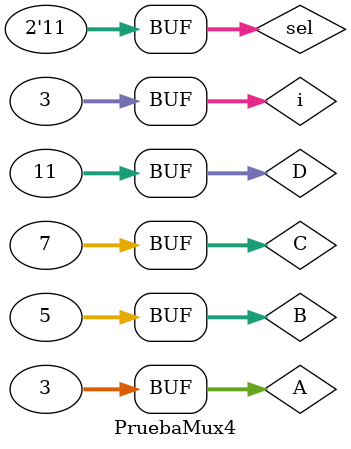
<source format=v>
`timescale 1ns / 1ps


module PruebaMux4;
//Objetibo de la prueba
//Verificar el correcto funncionamiento del MUX de 4 entradas
//Para ver todas las convinaciones colocar en el tiempo 0.40
	// Inputs
	reg [31:0] A;
	reg [31:0] B;
	reg [31:0] C;
	reg [31:0] D;
	reg [1:0] sel;

	// Outputs
	wire [31:0] O;

	// Instantiate the Unit Under Test (UUT)
	Mux4entradas uut (
		.A(A), 
		.B(B), 
		.C(C), 
		.D(D), 
		.O(O), 
		.sel(sel)
	);
integer i=0;
	initial begin
		// Initialize Inputs
		// commo el mux lo que va a hacer es elejir una de las 4
		//entradas sse les colocara un valor distinto a todas
		//recordar que cuando el sel=3 a D se le agrega un 0 en el bit menos significativo
		A = 3;
		B = 5;
		C = 7;
		D = 11;
		sel = 0;

		// Wait 100 ns for global reset to finish
		#100;
		// con el for lo que cambia es el valor del sel, para visualizar todas las obciones
      for (i=0;i<=2;i=i+1)
      begin
			sel = sel + 1;
			#100;
      end;
		// Add stimulus here
		
		// Lo que se espera es que cada vez que cambie el selector tambien cambie el 
		//valor de la salida, segun la entrada que se seleccione con el mux

	end
endmodule


</source>
